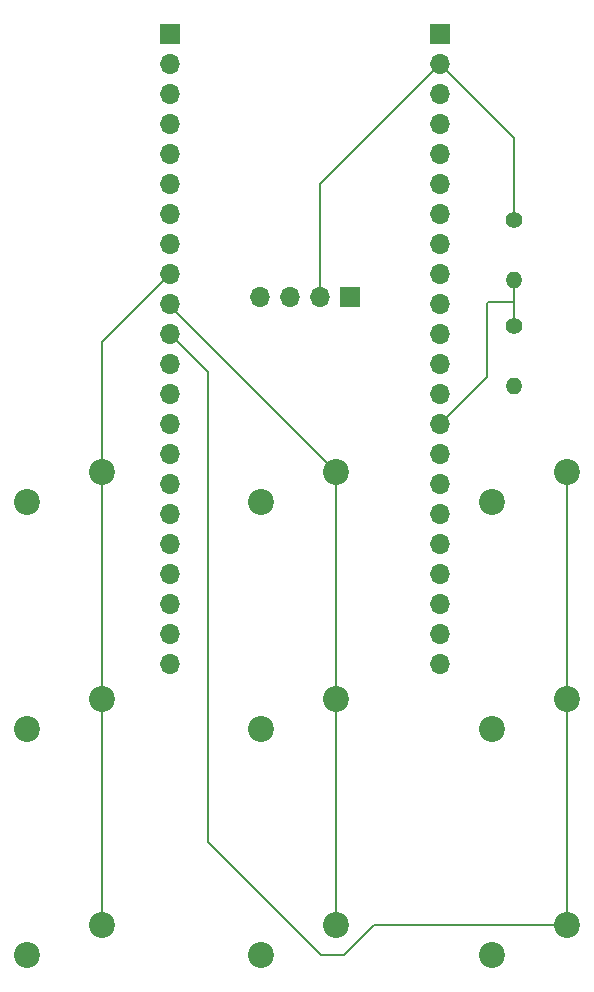
<source format=gbr>
%TF.GenerationSoftware,KiCad,Pcbnew,8.0.3*%
%TF.CreationDate,2024-07-18T02:13:28+08:00*%
%TF.ProjectId,sesto_remote_v2,73657374-6f5f-4726-956d-6f74655f7632,rev?*%
%TF.SameCoordinates,Original*%
%TF.FileFunction,Copper,L1,Top*%
%TF.FilePolarity,Positive*%
%FSLAX46Y46*%
G04 Gerber Fmt 4.6, Leading zero omitted, Abs format (unit mm)*
G04 Created by KiCad (PCBNEW 8.0.3) date 2024-07-18 02:13:28*
%MOMM*%
%LPD*%
G01*
G04 APERTURE LIST*
%TA.AperFunction,ComponentPad*%
%ADD10C,2.200000*%
%TD*%
%TA.AperFunction,ComponentPad*%
%ADD11R,1.700000X1.700000*%
%TD*%
%TA.AperFunction,ComponentPad*%
%ADD12O,1.700000X1.700000*%
%TD*%
%TA.AperFunction,ComponentPad*%
%ADD13C,1.400000*%
%TD*%
%TA.AperFunction,ComponentPad*%
%ADD14O,1.400000X1.400000*%
%TD*%
%TA.AperFunction,Conductor*%
%ADD15C,0.200000*%
%TD*%
G04 APERTURE END LIST*
D10*
%TO.P,SW2,1,1*%
%TO.N,/38*%
X96860000Y-77230000D03*
%TO.P,SW2,2,2*%
%TO.N,Net-(D2-K)*%
X90510000Y-79770000D03*
%TD*%
%TO.P,SW1,1,1*%
%TO.N,/39*%
X77100000Y-77230000D03*
%TO.P,SW1,2,2*%
%TO.N,Net-(D1-K)*%
X70750000Y-79770000D03*
%TD*%
%TO.P,SW3,1,1*%
%TO.N,/37*%
X116490000Y-77230000D03*
%TO.P,SW3,2,2*%
%TO.N,Net-(D3-K)*%
X110140000Y-79770000D03*
%TD*%
D11*
%TO.P,J3,1,Pin_1*%
%TO.N,GND*%
X98120000Y-62425000D03*
D12*
%TO.P,J3,2,Pin_2*%
%TO.N,3V3*%
X95580000Y-62425000D03*
%TO.P,J3,3,Pin_3*%
%TO.N,/5*%
X93040000Y-62425000D03*
%TO.P,J3,4,Pin_4*%
%TO.N,/4*%
X90500000Y-62425000D03*
%TD*%
D10*
%TO.P,SW8,1,1*%
%TO.N,/38*%
X96860000Y-115630000D03*
%TO.P,SW8,2,2*%
%TO.N,Net-(D8-K)*%
X90510000Y-118170000D03*
%TD*%
%TO.P,SW9,1,1*%
%TO.N,/37*%
X116490000Y-115630000D03*
%TO.P,SW9,2,2*%
%TO.N,Net-(D9-K)*%
X110140000Y-118170000D03*
%TD*%
D13*
%TO.P,R1,1*%
%TO.N,3V3*%
X111960000Y-55940000D03*
D14*
%TO.P,R1,2*%
%TO.N,/46*%
X111960000Y-61020000D03*
%TD*%
D10*
%TO.P,SW6,1,1*%
%TO.N,/37*%
X116490000Y-96430000D03*
%TO.P,SW6,2,2*%
%TO.N,Net-(D6-K)*%
X110140000Y-98970000D03*
%TD*%
%TO.P,SW7,1,1*%
%TO.N,/39*%
X77100000Y-115630000D03*
%TO.P,SW7,2,2*%
%TO.N,Net-(D7-K)*%
X70750000Y-118170000D03*
%TD*%
%TO.P,SW4,1,1*%
%TO.N,/39*%
X77100000Y-96430000D03*
%TO.P,SW4,2,2*%
%TO.N,Net-(D4-K)*%
X70750000Y-98970000D03*
%TD*%
D13*
%TO.P,R2,1*%
%TO.N,/46*%
X111960000Y-64900000D03*
D14*
%TO.P,R2,2*%
%TO.N,GND*%
X111960000Y-69980000D03*
%TD*%
D10*
%TO.P,SW5,1,1*%
%TO.N,/38*%
X96860000Y-96430000D03*
%TO.P,SW5,2,2*%
%TO.N,Net-(D5-K)*%
X90510000Y-98970000D03*
%TD*%
D11*
%TO.P,J1,1,Pin_1*%
%TO.N,3V3*%
X105710000Y-40150000D03*
D12*
%TO.P,J1,2,Pin_2*%
X105710000Y-42690000D03*
%TO.P,J1,3,Pin_3*%
%TO.N,unconnected-(J1-Pin_3-Pad3)*%
X105710000Y-45230000D03*
%TO.P,J1,4,Pin_4*%
%TO.N,/4*%
X105710000Y-47770000D03*
%TO.P,J1,5,Pin_5*%
%TO.N,/5*%
X105710000Y-50310000D03*
%TO.P,J1,6,Pin_6*%
%TO.N,/6*%
X105710000Y-52850000D03*
%TO.P,J1,7,Pin_7*%
%TO.N,/7*%
X105710000Y-55390000D03*
%TO.P,J1,8,Pin_8*%
%TO.N,/15*%
X105710000Y-57930000D03*
%TO.P,J1,9,Pin_9*%
%TO.N,/16*%
X105710000Y-60470000D03*
%TO.P,J1,10,Pin_10*%
%TO.N,/17*%
X105710000Y-63010000D03*
%TO.P,J1,11,Pin_11*%
%TO.N,/18*%
X105710000Y-65550000D03*
%TO.P,J1,12,Pin_12*%
%TO.N,/8*%
X105710000Y-68090000D03*
%TO.P,J1,13,Pin_13*%
%TO.N,/3*%
X105710000Y-70630000D03*
%TO.P,J1,14,Pin_14*%
%TO.N,/46*%
X105710000Y-73170000D03*
%TO.P,J1,15,Pin_15*%
%TO.N,/9*%
X105710000Y-75710000D03*
%TO.P,J1,16,Pin_16*%
%TO.N,/10*%
X105710000Y-78250000D03*
%TO.P,J1,17,Pin_17*%
%TO.N,/11*%
X105710000Y-80790000D03*
%TO.P,J1,18,Pin_18*%
%TO.N,/12*%
X105710000Y-83330000D03*
%TO.P,J1,19,Pin_19*%
%TO.N,/13*%
X105710000Y-85870000D03*
%TO.P,J1,20,Pin_20*%
%TO.N,/14*%
X105710000Y-88410000D03*
%TO.P,J1,21,Pin_21*%
%TO.N,/5V*%
X105710000Y-90950000D03*
%TO.P,J1,22,Pin_22*%
%TO.N,GND*%
X105710000Y-93490000D03*
%TD*%
D11*
%TO.P,J2,1,Pin_1*%
%TO.N,GND*%
X82850000Y-40150000D03*
D12*
%TO.P,J2,2,Pin_2*%
%TO.N,/TX*%
X82850000Y-42690000D03*
%TO.P,J2,3,Pin_3*%
%TO.N,/RX*%
X82850000Y-45230000D03*
%TO.P,J2,4,Pin_4*%
%TO.N,/1*%
X82850000Y-47770000D03*
%TO.P,J2,5,Pin_5*%
%TO.N,/2*%
X82850000Y-50310000D03*
%TO.P,J2,6,Pin_6*%
%TO.N,/42*%
X82850000Y-52850000D03*
%TO.P,J2,7,Pin_7*%
%TO.N,/41*%
X82850000Y-55390000D03*
%TO.P,J2,8,Pin_8*%
%TO.N,/40*%
X82850000Y-57930000D03*
%TO.P,J2,9,Pin_9*%
%TO.N,/39*%
X82850000Y-60470000D03*
%TO.P,J2,10,Pin_10*%
%TO.N,/38*%
X82850000Y-63010000D03*
%TO.P,J2,11,Pin_11*%
%TO.N,/37*%
X82850000Y-65550000D03*
%TO.P,J2,12,Pin_12*%
%TO.N,/36*%
X82850000Y-68090000D03*
%TO.P,J2,13,Pin_13*%
%TO.N,/35*%
X82850000Y-70630000D03*
%TO.P,J2,14,Pin_14*%
%TO.N,/0*%
X82850000Y-73170000D03*
%TO.P,J2,15,Pin_15*%
%TO.N,/45*%
X82850000Y-75710000D03*
%TO.P,J2,16,Pin_16*%
%TO.N,/48*%
X82850000Y-78250000D03*
%TO.P,J2,17,Pin_17*%
%TO.N,/47*%
X82850000Y-80790000D03*
%TO.P,J2,18,Pin_18*%
%TO.N,/21*%
X82850000Y-83330000D03*
%TO.P,J2,19,Pin_19*%
%TO.N,/20*%
X82850000Y-85870000D03*
%TO.P,J2,20,Pin_20*%
%TO.N,/19*%
X82850000Y-88410000D03*
%TO.P,J2,21,Pin_21*%
%TO.N,GND*%
X82850000Y-90950000D03*
%TO.P,J2,22,Pin_22*%
X82850000Y-93490000D03*
%TD*%
D15*
%TO.N,/46*%
X109790000Y-62890000D02*
X109690000Y-62990000D01*
X111960000Y-62890000D02*
X111960000Y-64900000D01*
X109690000Y-62990000D02*
X109690000Y-69190000D01*
X111960000Y-62890000D02*
X109790000Y-62890000D01*
X109690000Y-69190000D02*
X105710000Y-73170000D01*
X111960000Y-61020000D02*
X111960000Y-62890000D01*
%TO.N,3V3*%
X95580000Y-52820000D02*
X105710000Y-42690000D01*
X111960000Y-55940000D02*
X111960000Y-48940000D01*
X111960000Y-48940000D02*
X105710000Y-42690000D01*
X95580000Y-62425000D02*
X95580000Y-52820000D01*
%TO.N,/38*%
X82850000Y-63220000D02*
X82850000Y-63010000D01*
X96860000Y-77230000D02*
X96860000Y-115610000D01*
X96860000Y-77230000D02*
X82850000Y-63220000D01*
%TO.N,/39*%
X77100000Y-77230000D02*
X77100000Y-115620000D01*
X77100000Y-77230000D02*
X77100000Y-66220000D01*
X77100000Y-66220000D02*
X82850000Y-60470000D01*
%TO.N,/37*%
X95650000Y-118120000D02*
X86080000Y-108550000D01*
X116490000Y-115630000D02*
X100100000Y-115630000D01*
X86080000Y-68780000D02*
X82850000Y-65550000D01*
X100100000Y-115630000D02*
X97610000Y-118120000D01*
X116490000Y-77230000D02*
X116490000Y-115630000D01*
X86080000Y-108550000D02*
X86080000Y-68780000D01*
X97610000Y-118120000D02*
X95650000Y-118120000D01*
%TD*%
M02*

</source>
